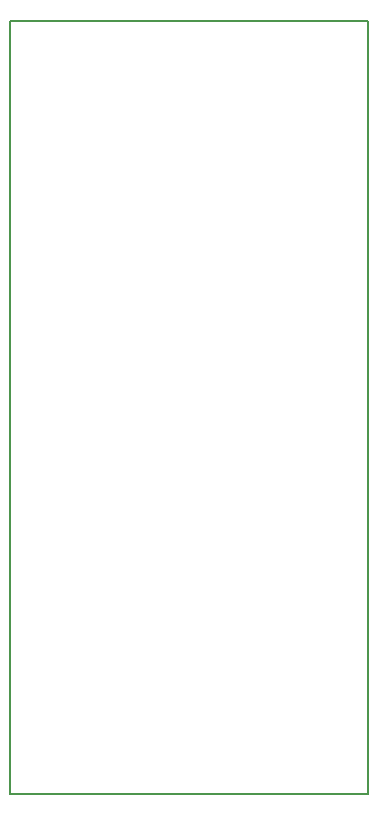
<source format=gm1>
G04 MADE WITH FRITZING*
G04 WWW.FRITZING.ORG*
G04 DOUBLE SIDED*
G04 HOLES PLATED*
G04 CONTOUR ON CENTER OF CONTOUR VECTOR*
%ASAXBY*%
%FSLAX23Y23*%
%MOIN*%
%OFA0B0*%
%SFA1.0B1.0*%
%ADD10R,1.200790X2.586610*%
%ADD11C,0.008000*%
%ADD10C,0.008*%
%LNCONTOUR*%
G90*
G70*
G54D10*
G54D11*
X4Y2583D02*
X1197Y2583D01*
X1197Y4D01*
X4Y4D01*
X4Y2583D01*
D02*
G04 End of contour*
M02*
</source>
